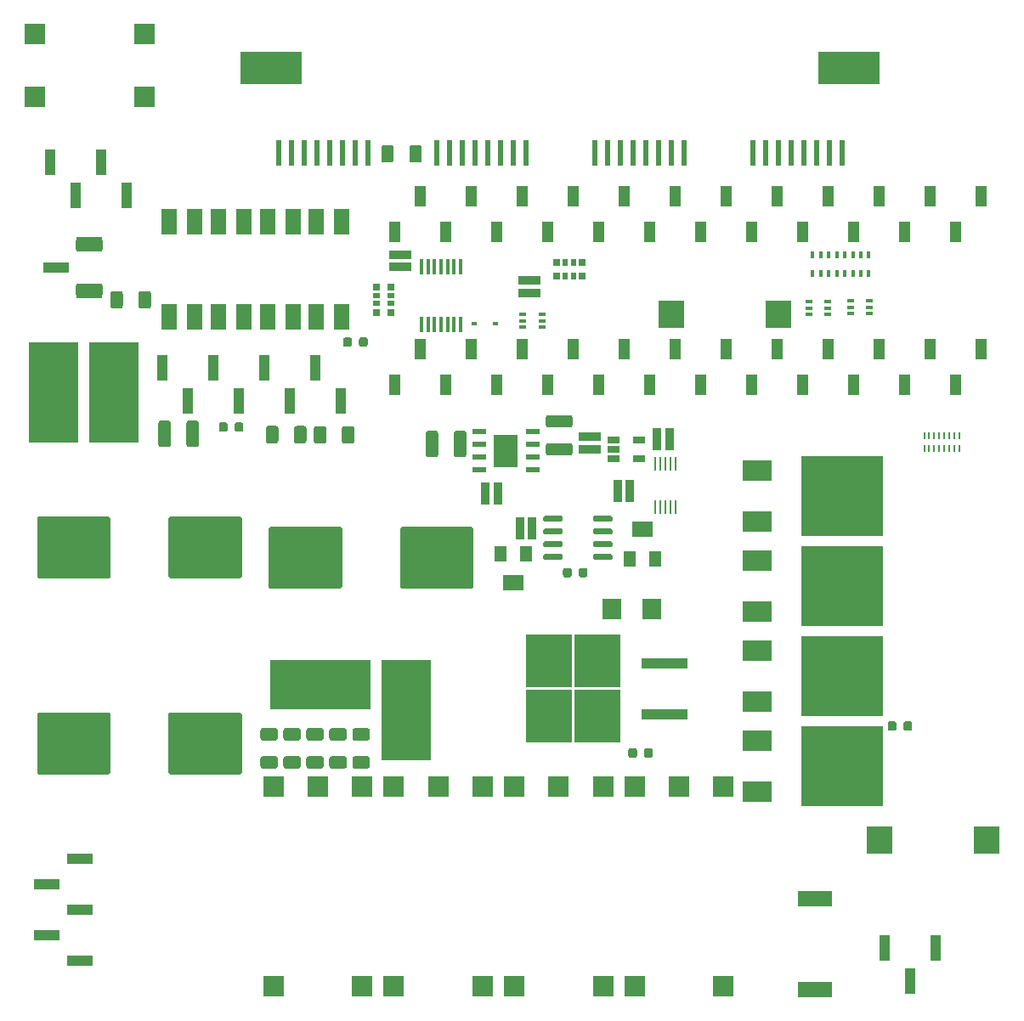
<source format=gtp>
G04 #@! TF.GenerationSoftware,KiCad,Pcbnew,(5.1.6)-1*
G04 #@! TF.CreationDate,2020-11-04T19:04:26-08:00*
G04 #@! TF.ProjectId,Four Channel MHz LED Driver,466f7572-2043-4686-916e-6e656c204d48,rev?*
G04 #@! TF.SameCoordinates,Original*
G04 #@! TF.FileFunction,Paste,Top*
G04 #@! TF.FilePolarity,Positive*
%FSLAX46Y46*%
G04 Gerber Fmt 4.6, Leading zero omitted, Abs format (unit mm)*
G04 Created by KiCad (PCBNEW (5.1.6)-1) date 2020-11-04 19:04:26*
%MOMM*%
%LPD*%
G01*
G04 APERTURE LIST*
%ADD10C,0.010000*%
%ADD11C,0.152400*%
%ADD12R,0.700000X0.640000*%
%ADD13R,0.700000X0.500000*%
%ADD14R,0.640000X0.700000*%
%ADD15R,0.500000X0.700000*%
%ADD16R,2.000000X2.000000*%
%ADD17R,0.450000X0.800000*%
%ADD18R,1.000000X2.510000*%
%ADD19R,1.020000X1.905000*%
%ADD20R,1.500000X2.500000*%
%ADD21R,0.280000X1.470000*%
%ADD22R,0.900000X2.170000*%
%ADD23R,2.510000X1.000000*%
%ADD24R,3.000000X2.000000*%
%ADD25R,8.200000X8.000000*%
%ADD26R,0.410000X1.570000*%
%ADD27R,2.170000X0.900000*%
%ADD28R,1.955800X2.159000*%
%ADD29R,0.600000X0.450000*%
%ADD30R,2.600000X2.800000*%
%ADD31R,0.254000X0.685800*%
%ADD32R,1.270000X1.549400*%
%ADD33R,2.006600X1.549400*%
%ADD34R,1.371600X0.482600*%
%ADD35R,2.413000X3.200400*%
%ADD36R,1.220000X0.650000*%
%ADD37R,4.550000X5.250000*%
%ADD38R,4.600000X1.100000*%
%ADD39R,6.220000X3.180000*%
%ADD40R,0.560000X2.540000*%
%ADD41R,0.650000X0.400000*%
%ADD42R,3.500000X1.500000*%
%ADD43R,5.000000X10.000000*%
%ADD44R,10.000000X5.000000*%
G04 APERTURE END LIST*
D10*
G36*
X73800000Y-61234000D02*
G01*
X74820000Y-61234000D01*
X74820000Y-63139000D01*
X73800000Y-63139000D01*
X73800000Y-61234000D01*
G37*
X73800000Y-61234000D02*
X74820000Y-61234000D01*
X74820000Y-63139000D01*
X73800000Y-63139000D01*
X73800000Y-61234000D01*
G36*
X76340000Y-57678000D02*
G01*
X77360000Y-57678000D01*
X77360000Y-59583000D01*
X76340000Y-59583000D01*
X76340000Y-57678000D01*
G37*
X76340000Y-57678000D02*
X77360000Y-57678000D01*
X77360000Y-59583000D01*
X76340000Y-59583000D01*
X76340000Y-57678000D01*
G36*
X78880000Y-61234000D02*
G01*
X79900000Y-61234000D01*
X79900000Y-63139000D01*
X78880000Y-63139000D01*
X78880000Y-61234000D01*
G37*
X78880000Y-61234000D02*
X79900000Y-61234000D01*
X79900000Y-63139000D01*
X78880000Y-63139000D01*
X78880000Y-61234000D01*
G36*
X81420000Y-57678000D02*
G01*
X82440000Y-57678000D01*
X82440000Y-59583000D01*
X81420000Y-59583000D01*
X81420000Y-57678000D01*
G37*
X81420000Y-57678000D02*
X82440000Y-57678000D01*
X82440000Y-59583000D01*
X81420000Y-59583000D01*
X81420000Y-57678000D01*
G36*
X83960000Y-61234000D02*
G01*
X84980000Y-61234000D01*
X84980000Y-63139000D01*
X83960000Y-63139000D01*
X83960000Y-61234000D01*
G37*
X83960000Y-61234000D02*
X84980000Y-61234000D01*
X84980000Y-63139000D01*
X83960000Y-63139000D01*
X83960000Y-61234000D01*
G36*
X86500000Y-57678000D02*
G01*
X87520000Y-57678000D01*
X87520000Y-59583000D01*
X86500000Y-59583000D01*
X86500000Y-57678000D01*
G37*
X86500000Y-57678000D02*
X87520000Y-57678000D01*
X87520000Y-59583000D01*
X86500000Y-59583000D01*
X86500000Y-57678000D01*
G36*
X89040000Y-61234000D02*
G01*
X90060000Y-61234000D01*
X90060000Y-63139000D01*
X89040000Y-63139000D01*
X89040000Y-61234000D01*
G37*
X89040000Y-61234000D02*
X90060000Y-61234000D01*
X90060000Y-63139000D01*
X89040000Y-63139000D01*
X89040000Y-61234000D01*
G36*
X91580000Y-57678000D02*
G01*
X92600000Y-57678000D01*
X92600000Y-59583000D01*
X91580000Y-59583000D01*
X91580000Y-57678000D01*
G37*
X91580000Y-57678000D02*
X92600000Y-57678000D01*
X92600000Y-59583000D01*
X91580000Y-59583000D01*
X91580000Y-57678000D01*
G36*
X94120000Y-61234000D02*
G01*
X95140000Y-61234000D01*
X95140000Y-63139000D01*
X94120000Y-63139000D01*
X94120000Y-61234000D01*
G37*
X94120000Y-61234000D02*
X95140000Y-61234000D01*
X95140000Y-63139000D01*
X94120000Y-63139000D01*
X94120000Y-61234000D01*
G36*
X96660000Y-57678000D02*
G01*
X97680000Y-57678000D01*
X97680000Y-59583000D01*
X96660000Y-59583000D01*
X96660000Y-57678000D01*
G37*
X96660000Y-57678000D02*
X97680000Y-57678000D01*
X97680000Y-59583000D01*
X96660000Y-59583000D01*
X96660000Y-57678000D01*
G36*
X99200000Y-61234000D02*
G01*
X100220000Y-61234000D01*
X100220000Y-63139000D01*
X99200000Y-63139000D01*
X99200000Y-61234000D01*
G37*
X99200000Y-61234000D02*
X100220000Y-61234000D01*
X100220000Y-63139000D01*
X99200000Y-63139000D01*
X99200000Y-61234000D01*
G36*
X101740000Y-57678000D02*
G01*
X102760000Y-57678000D01*
X102760000Y-59583000D01*
X101740000Y-59583000D01*
X101740000Y-57678000D01*
G37*
X101740000Y-57678000D02*
X102760000Y-57678000D01*
X102760000Y-59583000D01*
X101740000Y-59583000D01*
X101740000Y-57678000D01*
G36*
X104280000Y-61234000D02*
G01*
X105300000Y-61234000D01*
X105300000Y-63139000D01*
X104280000Y-63139000D01*
X104280000Y-61234000D01*
G37*
X104280000Y-61234000D02*
X105300000Y-61234000D01*
X105300000Y-63139000D01*
X104280000Y-63139000D01*
X104280000Y-61234000D01*
G36*
X106820000Y-57678000D02*
G01*
X107840000Y-57678000D01*
X107840000Y-59583000D01*
X106820000Y-59583000D01*
X106820000Y-57678000D01*
G37*
X106820000Y-57678000D02*
X107840000Y-57678000D01*
X107840000Y-59583000D01*
X106820000Y-59583000D01*
X106820000Y-57678000D01*
G36*
X109360000Y-61234000D02*
G01*
X110380000Y-61234000D01*
X110380000Y-63139000D01*
X109360000Y-63139000D01*
X109360000Y-61234000D01*
G37*
X109360000Y-61234000D02*
X110380000Y-61234000D01*
X110380000Y-63139000D01*
X109360000Y-63139000D01*
X109360000Y-61234000D01*
G36*
X111900000Y-57678000D02*
G01*
X112920000Y-57678000D01*
X112920000Y-59583000D01*
X111900000Y-59583000D01*
X111900000Y-57678000D01*
G37*
X111900000Y-57678000D02*
X112920000Y-57678000D01*
X112920000Y-59583000D01*
X111900000Y-59583000D01*
X111900000Y-57678000D01*
G36*
X114440000Y-61234000D02*
G01*
X115460000Y-61234000D01*
X115460000Y-63139000D01*
X114440000Y-63139000D01*
X114440000Y-61234000D01*
G37*
X114440000Y-61234000D02*
X115460000Y-61234000D01*
X115460000Y-63139000D01*
X114440000Y-63139000D01*
X114440000Y-61234000D01*
G36*
X116980000Y-57678000D02*
G01*
X118000000Y-57678000D01*
X118000000Y-59583000D01*
X116980000Y-59583000D01*
X116980000Y-57678000D01*
G37*
X116980000Y-57678000D02*
X118000000Y-57678000D01*
X118000000Y-59583000D01*
X116980000Y-59583000D01*
X116980000Y-57678000D01*
G36*
X119520000Y-61234000D02*
G01*
X120540000Y-61234000D01*
X120540000Y-63139000D01*
X119520000Y-63139000D01*
X119520000Y-61234000D01*
G37*
X119520000Y-61234000D02*
X120540000Y-61234000D01*
X120540000Y-63139000D01*
X119520000Y-63139000D01*
X119520000Y-61234000D01*
G36*
X122060000Y-57678000D02*
G01*
X123080000Y-57678000D01*
X123080000Y-59583000D01*
X122060000Y-59583000D01*
X122060000Y-57678000D01*
G37*
X122060000Y-57678000D02*
X123080000Y-57678000D01*
X123080000Y-59583000D01*
X122060000Y-59583000D01*
X122060000Y-57678000D01*
G36*
X124600000Y-61234000D02*
G01*
X125620000Y-61234000D01*
X125620000Y-63139000D01*
X124600000Y-63139000D01*
X124600000Y-61234000D01*
G37*
X124600000Y-61234000D02*
X125620000Y-61234000D01*
X125620000Y-63139000D01*
X124600000Y-63139000D01*
X124600000Y-61234000D01*
G36*
X127140000Y-57678000D02*
G01*
X128160000Y-57678000D01*
X128160000Y-59583000D01*
X127140000Y-59583000D01*
X127140000Y-57678000D01*
G37*
X127140000Y-57678000D02*
X128160000Y-57678000D01*
X128160000Y-59583000D01*
X127140000Y-59583000D01*
X127140000Y-57678000D01*
G36*
X129680000Y-61234000D02*
G01*
X130700000Y-61234000D01*
X130700000Y-63139000D01*
X129680000Y-63139000D01*
X129680000Y-61234000D01*
G37*
X129680000Y-61234000D02*
X130700000Y-61234000D01*
X130700000Y-63139000D01*
X129680000Y-63139000D01*
X129680000Y-61234000D01*
G36*
X132220000Y-57678000D02*
G01*
X133240000Y-57678000D01*
X133240000Y-59583000D01*
X132220000Y-59583000D01*
X132220000Y-57678000D01*
G37*
X132220000Y-57678000D02*
X133240000Y-57678000D01*
X133240000Y-59583000D01*
X132220000Y-59583000D01*
X132220000Y-57678000D01*
G36*
X81420000Y-42438000D02*
G01*
X82440000Y-42438000D01*
X82440000Y-44343000D01*
X81420000Y-44343000D01*
X81420000Y-42438000D01*
G37*
X81420000Y-42438000D02*
X82440000Y-42438000D01*
X82440000Y-44343000D01*
X81420000Y-44343000D01*
X81420000Y-42438000D01*
G36*
X83960000Y-45994000D02*
G01*
X84980000Y-45994000D01*
X84980000Y-47899000D01*
X83960000Y-47899000D01*
X83960000Y-45994000D01*
G37*
X83960000Y-45994000D02*
X84980000Y-45994000D01*
X84980000Y-47899000D01*
X83960000Y-47899000D01*
X83960000Y-45994000D01*
G36*
X86500000Y-42438000D02*
G01*
X87520000Y-42438000D01*
X87520000Y-44343000D01*
X86500000Y-44343000D01*
X86500000Y-42438000D01*
G37*
X86500000Y-42438000D02*
X87520000Y-42438000D01*
X87520000Y-44343000D01*
X86500000Y-44343000D01*
X86500000Y-42438000D01*
G36*
X76340000Y-42438000D02*
G01*
X77360000Y-42438000D01*
X77360000Y-44343000D01*
X76340000Y-44343000D01*
X76340000Y-42438000D01*
G37*
X76340000Y-42438000D02*
X77360000Y-42438000D01*
X77360000Y-44343000D01*
X76340000Y-44343000D01*
X76340000Y-42438000D01*
G36*
X89040000Y-45994000D02*
G01*
X90060000Y-45994000D01*
X90060000Y-47899000D01*
X89040000Y-47899000D01*
X89040000Y-45994000D01*
G37*
X89040000Y-45994000D02*
X90060000Y-45994000D01*
X90060000Y-47899000D01*
X89040000Y-47899000D01*
X89040000Y-45994000D01*
G36*
X73800000Y-45994000D02*
G01*
X74820000Y-45994000D01*
X74820000Y-47899000D01*
X73800000Y-47899000D01*
X73800000Y-45994000D01*
G37*
X73800000Y-45994000D02*
X74820000Y-45994000D01*
X74820000Y-47899000D01*
X73800000Y-47899000D01*
X73800000Y-45994000D01*
G36*
X78880000Y-45994000D02*
G01*
X79900000Y-45994000D01*
X79900000Y-47899000D01*
X78880000Y-47899000D01*
X78880000Y-45994000D01*
G37*
X78880000Y-45994000D02*
X79900000Y-45994000D01*
X79900000Y-47899000D01*
X78880000Y-47899000D01*
X78880000Y-45994000D01*
G36*
X99200000Y-45994000D02*
G01*
X100220000Y-45994000D01*
X100220000Y-47899000D01*
X99200000Y-47899000D01*
X99200000Y-45994000D01*
G37*
X99200000Y-45994000D02*
X100220000Y-45994000D01*
X100220000Y-47899000D01*
X99200000Y-47899000D01*
X99200000Y-45994000D01*
G36*
X109360000Y-45994000D02*
G01*
X110380000Y-45994000D01*
X110380000Y-47899000D01*
X109360000Y-47899000D01*
X109360000Y-45994000D01*
G37*
X109360000Y-45994000D02*
X110380000Y-45994000D01*
X110380000Y-47899000D01*
X109360000Y-47899000D01*
X109360000Y-45994000D01*
G36*
X114440000Y-45994000D02*
G01*
X115460000Y-45994000D01*
X115460000Y-47899000D01*
X114440000Y-47899000D01*
X114440000Y-45994000D01*
G37*
X114440000Y-45994000D02*
X115460000Y-45994000D01*
X115460000Y-47899000D01*
X114440000Y-47899000D01*
X114440000Y-45994000D01*
G36*
X96660000Y-42438000D02*
G01*
X97680000Y-42438000D01*
X97680000Y-44343000D01*
X96660000Y-44343000D01*
X96660000Y-42438000D01*
G37*
X96660000Y-42438000D02*
X97680000Y-42438000D01*
X97680000Y-44343000D01*
X96660000Y-44343000D01*
X96660000Y-42438000D01*
G36*
X119520000Y-45994000D02*
G01*
X120540000Y-45994000D01*
X120540000Y-47899000D01*
X119520000Y-47899000D01*
X119520000Y-45994000D01*
G37*
X119520000Y-45994000D02*
X120540000Y-45994000D01*
X120540000Y-47899000D01*
X119520000Y-47899000D01*
X119520000Y-45994000D01*
G36*
X91580000Y-42438000D02*
G01*
X92600000Y-42438000D01*
X92600000Y-44343000D01*
X91580000Y-44343000D01*
X91580000Y-42438000D01*
G37*
X91580000Y-42438000D02*
X92600000Y-42438000D01*
X92600000Y-44343000D01*
X91580000Y-44343000D01*
X91580000Y-42438000D01*
G36*
X124600000Y-45994000D02*
G01*
X125620000Y-45994000D01*
X125620000Y-47899000D01*
X124600000Y-47899000D01*
X124600000Y-45994000D01*
G37*
X124600000Y-45994000D02*
X125620000Y-45994000D01*
X125620000Y-47899000D01*
X124600000Y-47899000D01*
X124600000Y-45994000D01*
G36*
X127140000Y-42438000D02*
G01*
X128160000Y-42438000D01*
X128160000Y-44343000D01*
X127140000Y-44343000D01*
X127140000Y-42438000D01*
G37*
X127140000Y-42438000D02*
X128160000Y-42438000D01*
X128160000Y-44343000D01*
X127140000Y-44343000D01*
X127140000Y-42438000D01*
G36*
X129680000Y-45994000D02*
G01*
X130700000Y-45994000D01*
X130700000Y-47899000D01*
X129680000Y-47899000D01*
X129680000Y-45994000D01*
G37*
X129680000Y-45994000D02*
X130700000Y-45994000D01*
X130700000Y-47899000D01*
X129680000Y-47899000D01*
X129680000Y-45994000D01*
G36*
X106820000Y-42438000D02*
G01*
X107840000Y-42438000D01*
X107840000Y-44343000D01*
X106820000Y-44343000D01*
X106820000Y-42438000D01*
G37*
X106820000Y-42438000D02*
X107840000Y-42438000D01*
X107840000Y-44343000D01*
X106820000Y-44343000D01*
X106820000Y-42438000D01*
G36*
X94120000Y-45994000D02*
G01*
X95140000Y-45994000D01*
X95140000Y-47899000D01*
X94120000Y-47899000D01*
X94120000Y-45994000D01*
G37*
X94120000Y-45994000D02*
X95140000Y-45994000D01*
X95140000Y-47899000D01*
X94120000Y-47899000D01*
X94120000Y-45994000D01*
G36*
X116980000Y-42438000D02*
G01*
X118000000Y-42438000D01*
X118000000Y-44343000D01*
X116980000Y-44343000D01*
X116980000Y-42438000D01*
G37*
X116980000Y-42438000D02*
X118000000Y-42438000D01*
X118000000Y-44343000D01*
X116980000Y-44343000D01*
X116980000Y-42438000D01*
G36*
X111900000Y-42438000D02*
G01*
X112920000Y-42438000D01*
X112920000Y-44343000D01*
X111900000Y-44343000D01*
X111900000Y-42438000D01*
G37*
X111900000Y-42438000D02*
X112920000Y-42438000D01*
X112920000Y-44343000D01*
X111900000Y-44343000D01*
X111900000Y-42438000D01*
G36*
X122060000Y-42438000D02*
G01*
X123080000Y-42438000D01*
X123080000Y-44343000D01*
X122060000Y-44343000D01*
X122060000Y-42438000D01*
G37*
X122060000Y-42438000D02*
X123080000Y-42438000D01*
X123080000Y-44343000D01*
X122060000Y-44343000D01*
X122060000Y-42438000D01*
G36*
X132220000Y-42438000D02*
G01*
X133240000Y-42438000D01*
X133240000Y-44343000D01*
X132220000Y-44343000D01*
X132220000Y-42438000D01*
G37*
X132220000Y-42438000D02*
X133240000Y-42438000D01*
X133240000Y-44343000D01*
X132220000Y-44343000D01*
X132220000Y-42438000D01*
G36*
X104280000Y-45994000D02*
G01*
X105300000Y-45994000D01*
X105300000Y-47899000D01*
X104280000Y-47899000D01*
X104280000Y-45994000D01*
G37*
X104280000Y-45994000D02*
X105300000Y-45994000D01*
X105300000Y-47899000D01*
X104280000Y-47899000D01*
X104280000Y-45994000D01*
G36*
X101740000Y-42438000D02*
G01*
X102760000Y-42438000D01*
X102760000Y-44343000D01*
X101740000Y-44343000D01*
X101740000Y-42438000D01*
G37*
X101740000Y-42438000D02*
X102760000Y-42438000D01*
X102760000Y-44343000D01*
X101740000Y-44343000D01*
X101740000Y-42438000D01*
D11*
X86556500Y-70310200D02*
X86556500Y-68910000D01*
X86556500Y-68910000D02*
X84343500Y-68910000D01*
X84343500Y-68910000D02*
X84343500Y-70310200D01*
X84343500Y-70310200D02*
X86556500Y-70310200D01*
X86556500Y-68710000D02*
X86556500Y-67309800D01*
X86556500Y-67309800D02*
X84343500Y-67309800D01*
X84343500Y-67309800D02*
X84343500Y-68710000D01*
X84343500Y-68710000D02*
X86556500Y-68710000D01*
D12*
X73970000Y-54990000D03*
D13*
X73970000Y-53320000D03*
X73970000Y-54120000D03*
D12*
X73970000Y-52450000D03*
D13*
X72570000Y-54120000D03*
D12*
X72570000Y-54990000D03*
D13*
X72570000Y-53320000D03*
D12*
X72570000Y-52450000D03*
D14*
X93040000Y-50020000D03*
D15*
X91370000Y-50020000D03*
X92170000Y-50020000D03*
D14*
X90500000Y-50020000D03*
D15*
X92170000Y-51420000D03*
D14*
X93040000Y-51420000D03*
D15*
X91370000Y-51420000D03*
D14*
X90500000Y-51420000D03*
D16*
X38470000Y-27280000D03*
X38470000Y-33480000D03*
X49470000Y-33480000D03*
X49470000Y-27280000D03*
D17*
X116010000Y-49285000D03*
X116010000Y-51095000D03*
X116810000Y-49285000D03*
X116810000Y-51095000D03*
X117610000Y-49285000D03*
X117610000Y-51095000D03*
X118410000Y-49285000D03*
X118410000Y-51095000D03*
X119210000Y-49285000D03*
X119210000Y-51095000D03*
X120010000Y-49285000D03*
X120010000Y-51095000D03*
X120810000Y-49285000D03*
X120810000Y-51095000D03*
X121610000Y-49285000D03*
X121610000Y-51095000D03*
G36*
G01*
X74920000Y-82406400D02*
X74920000Y-76553600D01*
G75*
G02*
X75093600Y-76380000I173600J0D01*
G01*
X82046400Y-76380000D01*
G75*
G02*
X82220000Y-76553600I0J-173600D01*
G01*
X82220000Y-82406400D01*
G75*
G02*
X82046400Y-82580000I-173600J0D01*
G01*
X75093600Y-82580000D01*
G75*
G02*
X74920000Y-82406400I0J173600D01*
G01*
G37*
G36*
G01*
X61820000Y-82406400D02*
X61820000Y-76553600D01*
G75*
G02*
X61993600Y-76380000I173600J0D01*
G01*
X68946400Y-76380000D01*
G75*
G02*
X69120000Y-76553600I0J-173600D01*
G01*
X69120000Y-82406400D01*
G75*
G02*
X68946400Y-82580000I-173600J0D01*
G01*
X61993600Y-82580000D01*
G75*
G02*
X61820000Y-82406400I0J173600D01*
G01*
G37*
G36*
G01*
X46030000Y-95033600D02*
X46030000Y-100886400D01*
G75*
G02*
X45856400Y-101060000I-173600J0D01*
G01*
X38903600Y-101060000D01*
G75*
G02*
X38730000Y-100886400I0J173600D01*
G01*
X38730000Y-95033600D01*
G75*
G02*
X38903600Y-94860000I173600J0D01*
G01*
X45856400Y-94860000D01*
G75*
G02*
X46030000Y-95033600I0J-173600D01*
G01*
G37*
G36*
G01*
X59130000Y-95033600D02*
X59130000Y-100886400D01*
G75*
G02*
X58956400Y-101060000I-173600J0D01*
G01*
X52003600Y-101060000D01*
G75*
G02*
X51830000Y-100886400I0J173600D01*
G01*
X51830000Y-95033600D01*
G75*
G02*
X52003600Y-94860000I173600J0D01*
G01*
X58956400Y-94860000D01*
G75*
G02*
X59130000Y-95033600I0J-173600D01*
G01*
G37*
G36*
G01*
X46030000Y-75523600D02*
X46030000Y-81376400D01*
G75*
G02*
X45856400Y-81550000I-173600J0D01*
G01*
X38903600Y-81550000D01*
G75*
G02*
X38730000Y-81376400I0J173600D01*
G01*
X38730000Y-75523600D01*
G75*
G02*
X38903600Y-75350000I173600J0D01*
G01*
X45856400Y-75350000D01*
G75*
G02*
X46030000Y-75523600I0J-173600D01*
G01*
G37*
G36*
G01*
X59130000Y-75523600D02*
X59130000Y-81376400D01*
G75*
G02*
X58956400Y-81550000I-173600J0D01*
G01*
X52003600Y-81550000D01*
G75*
G02*
X51830000Y-81376400I0J173600D01*
G01*
X51830000Y-75523600D01*
G75*
G02*
X52003600Y-75350000I173600J0D01*
G01*
X58956400Y-75350000D01*
G75*
G02*
X59130000Y-75523600I0J-173600D01*
G01*
G37*
D18*
X66410000Y-60520000D03*
X61330000Y-60520000D03*
X56250000Y-60520000D03*
X51170000Y-60520000D03*
X68950000Y-63830000D03*
X63870000Y-63830000D03*
X58790000Y-63830000D03*
X53710000Y-63830000D03*
G36*
G01*
X91105000Y-79230000D02*
X91105000Y-79530000D01*
G75*
G02*
X90955000Y-79680000I-150000J0D01*
G01*
X89305000Y-79680000D01*
G75*
G02*
X89155000Y-79530000I0J150000D01*
G01*
X89155000Y-79230000D01*
G75*
G02*
X89305000Y-79080000I150000J0D01*
G01*
X90955000Y-79080000D01*
G75*
G02*
X91105000Y-79230000I0J-150000D01*
G01*
G37*
G36*
G01*
X91105000Y-77960000D02*
X91105000Y-78260000D01*
G75*
G02*
X90955000Y-78410000I-150000J0D01*
G01*
X89305000Y-78410000D01*
G75*
G02*
X89155000Y-78260000I0J150000D01*
G01*
X89155000Y-77960000D01*
G75*
G02*
X89305000Y-77810000I150000J0D01*
G01*
X90955000Y-77810000D01*
G75*
G02*
X91105000Y-77960000I0J-150000D01*
G01*
G37*
G36*
G01*
X91105000Y-76690000D02*
X91105000Y-76990000D01*
G75*
G02*
X90955000Y-77140000I-150000J0D01*
G01*
X89305000Y-77140000D01*
G75*
G02*
X89155000Y-76990000I0J150000D01*
G01*
X89155000Y-76690000D01*
G75*
G02*
X89305000Y-76540000I150000J0D01*
G01*
X90955000Y-76540000D01*
G75*
G02*
X91105000Y-76690000I0J-150000D01*
G01*
G37*
G36*
G01*
X91105000Y-75420000D02*
X91105000Y-75720000D01*
G75*
G02*
X90955000Y-75870000I-150000J0D01*
G01*
X89305000Y-75870000D01*
G75*
G02*
X89155000Y-75720000I0J150000D01*
G01*
X89155000Y-75420000D01*
G75*
G02*
X89305000Y-75270000I150000J0D01*
G01*
X90955000Y-75270000D01*
G75*
G02*
X91105000Y-75420000I0J-150000D01*
G01*
G37*
G36*
G01*
X96055000Y-75420000D02*
X96055000Y-75720000D01*
G75*
G02*
X95905000Y-75870000I-150000J0D01*
G01*
X94255000Y-75870000D01*
G75*
G02*
X94105000Y-75720000I0J150000D01*
G01*
X94105000Y-75420000D01*
G75*
G02*
X94255000Y-75270000I150000J0D01*
G01*
X95905000Y-75270000D01*
G75*
G02*
X96055000Y-75420000I0J-150000D01*
G01*
G37*
G36*
G01*
X96055000Y-76690000D02*
X96055000Y-76990000D01*
G75*
G02*
X95905000Y-77140000I-150000J0D01*
G01*
X94255000Y-77140000D01*
G75*
G02*
X94105000Y-76990000I0J150000D01*
G01*
X94105000Y-76690000D01*
G75*
G02*
X94255000Y-76540000I150000J0D01*
G01*
X95905000Y-76540000D01*
G75*
G02*
X96055000Y-76690000I0J-150000D01*
G01*
G37*
G36*
G01*
X96055000Y-77960000D02*
X96055000Y-78260000D01*
G75*
G02*
X95905000Y-78410000I-150000J0D01*
G01*
X94255000Y-78410000D01*
G75*
G02*
X94105000Y-78260000I0J150000D01*
G01*
X94105000Y-77960000D01*
G75*
G02*
X94255000Y-77810000I150000J0D01*
G01*
X95905000Y-77810000D01*
G75*
G02*
X96055000Y-77960000I0J-150000D01*
G01*
G37*
G36*
G01*
X96055000Y-79230000D02*
X96055000Y-79530000D01*
G75*
G02*
X95905000Y-79680000I-150000J0D01*
G01*
X94255000Y-79680000D01*
G75*
G02*
X94105000Y-79530000I0J150000D01*
G01*
X94105000Y-79230000D01*
G75*
G02*
X94255000Y-79080000I150000J0D01*
G01*
X95905000Y-79080000D01*
G75*
G02*
X96055000Y-79230000I0J-150000D01*
G01*
G37*
D19*
X132730000Y-58630000D03*
X130190000Y-62186000D03*
X127650000Y-58630000D03*
X125110000Y-62186000D03*
X122570000Y-58630000D03*
X120030000Y-62186000D03*
X117490000Y-58630000D03*
X114950000Y-62186000D03*
X112410000Y-58630000D03*
X109870000Y-62186000D03*
X107330000Y-58630000D03*
X104790000Y-62186000D03*
X102250000Y-58630000D03*
X99710000Y-62186000D03*
X97170000Y-58630000D03*
X94630000Y-62186000D03*
X92090000Y-58630000D03*
X89550000Y-62186000D03*
X87010000Y-58630000D03*
X84470000Y-62186000D03*
X81930000Y-58630000D03*
X79390000Y-62186000D03*
X76850000Y-58630000D03*
X74310000Y-62186000D03*
X84470000Y-46946000D03*
X102250000Y-43390000D03*
X112410000Y-43390000D03*
X117490000Y-43390000D03*
X127650000Y-43390000D03*
X130190000Y-46946000D03*
X97170000Y-43390000D03*
X79390000Y-46946000D03*
X87010000Y-43390000D03*
X92090000Y-43390000D03*
X94630000Y-46946000D03*
X107330000Y-43390000D03*
X120030000Y-46946000D03*
X109870000Y-46946000D03*
X122570000Y-43390000D03*
X74310000Y-46946000D03*
X89550000Y-46946000D03*
X76850000Y-43390000D03*
X81930000Y-43390000D03*
X99710000Y-46946000D03*
X114950000Y-46946000D03*
X125110000Y-46946000D03*
X132730000Y-43390000D03*
X104790000Y-46946000D03*
D20*
X66560000Y-45930000D03*
X69100000Y-45930000D03*
X69100000Y-55430000D03*
X66560000Y-55430000D03*
X61670000Y-45930000D03*
X64210000Y-45930000D03*
X64210000Y-55430000D03*
X61670000Y-55430000D03*
X56780000Y-45930000D03*
X59320000Y-45930000D03*
X59320000Y-55430000D03*
X56780000Y-55430000D03*
X51890000Y-45930000D03*
X54430000Y-45930000D03*
X54430000Y-55430000D03*
X51890000Y-55430000D03*
D21*
X102360000Y-70070000D03*
X101860000Y-70070000D03*
X101360000Y-70070000D03*
X100860000Y-70070000D03*
X100360000Y-70070000D03*
X100360000Y-74370000D03*
X100860000Y-74370000D03*
X101360000Y-74370000D03*
X101860000Y-74370000D03*
X102360000Y-74370000D03*
D22*
X101740000Y-67640000D03*
X100520000Y-67640000D03*
D23*
X43920000Y-53080000D03*
X43920000Y-48000000D03*
X40610000Y-50540000D03*
D24*
X110510000Y-102810000D03*
X110510000Y-97730000D03*
D25*
X118910000Y-100270000D03*
D24*
X110510000Y-93810000D03*
X110510000Y-88730000D03*
D25*
X118910000Y-91270000D03*
D24*
X110510000Y-84800000D03*
X110510000Y-79720000D03*
D25*
X118910000Y-82260000D03*
D24*
X110520000Y-75810000D03*
X110520000Y-70730000D03*
D25*
X118920000Y-73270000D03*
D26*
X77030000Y-56200000D03*
X77680000Y-56200000D03*
X78330000Y-56200000D03*
X78980000Y-56200000D03*
X79630000Y-56200000D03*
X80280000Y-56200000D03*
X80930000Y-56200000D03*
X80930000Y-50460000D03*
X80280000Y-50460000D03*
X79630000Y-50460000D03*
X78980000Y-50460000D03*
X78330000Y-50460000D03*
X77680000Y-50460000D03*
X77030000Y-50460000D03*
G36*
G01*
X62475000Y-97685000D02*
X61225000Y-97685000D01*
G75*
G02*
X60975000Y-97435000I0J250000D01*
G01*
X60975000Y-96685000D01*
G75*
G02*
X61225000Y-96435000I250000J0D01*
G01*
X62475000Y-96435000D01*
G75*
G02*
X62725000Y-96685000I0J-250000D01*
G01*
X62725000Y-97435000D01*
G75*
G02*
X62475000Y-97685000I-250000J0D01*
G01*
G37*
G36*
G01*
X62475000Y-100485000D02*
X61225000Y-100485000D01*
G75*
G02*
X60975000Y-100235000I0J250000D01*
G01*
X60975000Y-99485000D01*
G75*
G02*
X61225000Y-99235000I250000J0D01*
G01*
X62475000Y-99235000D01*
G75*
G02*
X62725000Y-99485000I0J-250000D01*
G01*
X62725000Y-100235000D01*
G75*
G02*
X62475000Y-100485000I-250000J0D01*
G01*
G37*
G36*
G01*
X47275000Y-53125000D02*
X47275000Y-54375000D01*
G75*
G02*
X47025000Y-54625000I-250000J0D01*
G01*
X46275000Y-54625000D01*
G75*
G02*
X46025000Y-54375000I0J250000D01*
G01*
X46025000Y-53125000D01*
G75*
G02*
X46275000Y-52875000I250000J0D01*
G01*
X47025000Y-52875000D01*
G75*
G02*
X47275000Y-53125000I0J-250000D01*
G01*
G37*
G36*
G01*
X50075000Y-53125000D02*
X50075000Y-54375000D01*
G75*
G02*
X49825000Y-54625000I-250000J0D01*
G01*
X49075000Y-54625000D01*
G75*
G02*
X48825000Y-54375000I0J250000D01*
G01*
X48825000Y-53125000D01*
G75*
G02*
X49075000Y-52875000I250000J0D01*
G01*
X49825000Y-52875000D01*
G75*
G02*
X50075000Y-53125000I0J-250000D01*
G01*
G37*
G36*
G01*
X62775000Y-66565000D02*
X62775000Y-67815000D01*
G75*
G02*
X62525000Y-68065000I-250000J0D01*
G01*
X61775000Y-68065000D01*
G75*
G02*
X61525000Y-67815000I0J250000D01*
G01*
X61525000Y-66565000D01*
G75*
G02*
X61775000Y-66315000I250000J0D01*
G01*
X62525000Y-66315000D01*
G75*
G02*
X62775000Y-66565000I0J-250000D01*
G01*
G37*
G36*
G01*
X65575000Y-66565000D02*
X65575000Y-67815000D01*
G75*
G02*
X65325000Y-68065000I-250000J0D01*
G01*
X64575000Y-68065000D01*
G75*
G02*
X64325000Y-67815000I0J250000D01*
G01*
X64325000Y-66565000D01*
G75*
G02*
X64575000Y-66315000I250000J0D01*
G01*
X65325000Y-66315000D01*
G75*
G02*
X65575000Y-66565000I0J-250000D01*
G01*
G37*
D27*
X93810000Y-68630000D03*
X93810000Y-67410000D03*
D22*
X83400000Y-73080000D03*
X84620000Y-73080000D03*
D27*
X87800000Y-53060000D03*
X87800000Y-51840000D03*
G36*
G01*
X70102500Y-57713750D02*
X70102500Y-58226250D01*
G75*
G02*
X69883750Y-58445000I-218750J0D01*
G01*
X69446250Y-58445000D01*
G75*
G02*
X69227500Y-58226250I0J218750D01*
G01*
X69227500Y-57713750D01*
G75*
G02*
X69446250Y-57495000I218750J0D01*
G01*
X69883750Y-57495000D01*
G75*
G02*
X70102500Y-57713750I0J-218750D01*
G01*
G37*
G36*
G01*
X71677500Y-57713750D02*
X71677500Y-58226250D01*
G75*
G02*
X71458750Y-58445000I-218750J0D01*
G01*
X71021250Y-58445000D01*
G75*
G02*
X70802500Y-58226250I0J218750D01*
G01*
X70802500Y-57713750D01*
G75*
G02*
X71021250Y-57495000I218750J0D01*
G01*
X71458750Y-57495000D01*
G75*
G02*
X71677500Y-57713750I0J-218750D01*
G01*
G37*
G36*
G01*
X57717500Y-66183750D02*
X57717500Y-66696250D01*
G75*
G02*
X57498750Y-66915000I-218750J0D01*
G01*
X57061250Y-66915000D01*
G75*
G02*
X56842500Y-66696250I0J218750D01*
G01*
X56842500Y-66183750D01*
G75*
G02*
X57061250Y-65965000I218750J0D01*
G01*
X57498750Y-65965000D01*
G75*
G02*
X57717500Y-66183750I0J-218750D01*
G01*
G37*
G36*
G01*
X59292500Y-66183750D02*
X59292500Y-66696250D01*
G75*
G02*
X59073750Y-66915000I-218750J0D01*
G01*
X58636250Y-66915000D01*
G75*
G02*
X58417500Y-66696250I0J218750D01*
G01*
X58417500Y-66183750D01*
G75*
G02*
X58636250Y-65965000I218750J0D01*
G01*
X59073750Y-65965000D01*
G75*
G02*
X59292500Y-66183750I0J-218750D01*
G01*
G37*
D28*
X99960000Y-84610000D03*
X96023000Y-84610000D03*
D29*
X82290000Y-56090000D03*
X84390000Y-56090000D03*
G36*
G01*
X75815000Y-39825000D02*
X75815000Y-38575000D01*
G75*
G02*
X76065000Y-38325000I250000J0D01*
G01*
X76815000Y-38325000D01*
G75*
G02*
X77065000Y-38575000I0J-250000D01*
G01*
X77065000Y-39825000D01*
G75*
G02*
X76815000Y-40075000I-250000J0D01*
G01*
X76065000Y-40075000D01*
G75*
G02*
X75815000Y-39825000I0J250000D01*
G01*
G37*
G36*
G01*
X73015000Y-39825000D02*
X73015000Y-38575000D01*
G75*
G02*
X73265000Y-38325000I250000J0D01*
G01*
X74015000Y-38325000D01*
G75*
G02*
X74265000Y-38575000I0J-250000D01*
G01*
X74265000Y-39825000D01*
G75*
G02*
X74015000Y-40075000I-250000J0D01*
G01*
X73265000Y-40075000D01*
G75*
G02*
X73015000Y-39825000I0J250000D01*
G01*
G37*
D30*
X122650000Y-107580000D03*
X133350000Y-107580000D03*
G36*
G01*
X45005001Y-48965000D02*
X42854999Y-48965000D01*
G75*
G02*
X42605000Y-48715001I0J249999D01*
G01*
X42605000Y-47864999D01*
G75*
G02*
X42854999Y-47615000I249999J0D01*
G01*
X45005001Y-47615000D01*
G75*
G02*
X45255000Y-47864999I0J-249999D01*
G01*
X45255000Y-48715001D01*
G75*
G02*
X45005001Y-48965000I-249999J0D01*
G01*
G37*
G36*
G01*
X45005001Y-53465000D02*
X42854999Y-53465000D01*
G75*
G02*
X42605000Y-53215001I0J249999D01*
G01*
X42605000Y-52364999D01*
G75*
G02*
X42854999Y-52115000I249999J0D01*
G01*
X45005001Y-52115000D01*
G75*
G02*
X45255000Y-52364999I0J-249999D01*
G01*
X45255000Y-53215001D01*
G75*
G02*
X45005001Y-53465000I-249999J0D01*
G01*
G37*
G36*
G01*
X89675000Y-68025000D02*
X91825000Y-68025000D01*
G75*
G02*
X92075000Y-68275000I0J-250000D01*
G01*
X92075000Y-69025000D01*
G75*
G02*
X91825000Y-69275000I-250000J0D01*
G01*
X89675000Y-69275000D01*
G75*
G02*
X89425000Y-69025000I0J250000D01*
G01*
X89425000Y-68275000D01*
G75*
G02*
X89675000Y-68025000I250000J0D01*
G01*
G37*
G36*
G01*
X89675000Y-65225000D02*
X91825000Y-65225000D01*
G75*
G02*
X92075000Y-65475000I0J-250000D01*
G01*
X92075000Y-66225000D01*
G75*
G02*
X91825000Y-66475000I-250000J0D01*
G01*
X89675000Y-66475000D01*
G75*
G02*
X89425000Y-66225000I0J250000D01*
G01*
X89425000Y-65475000D01*
G75*
G02*
X89675000Y-65225000I250000J0D01*
G01*
G37*
G36*
G01*
X80255000Y-69205000D02*
X80255000Y-67055000D01*
G75*
G02*
X80505000Y-66805000I250000J0D01*
G01*
X81255000Y-66805000D01*
G75*
G02*
X81505000Y-67055000I0J-250000D01*
G01*
X81505000Y-69205000D01*
G75*
G02*
X81255000Y-69455000I-250000J0D01*
G01*
X80505000Y-69455000D01*
G75*
G02*
X80255000Y-69205000I0J250000D01*
G01*
G37*
G36*
G01*
X77455000Y-69205000D02*
X77455000Y-67055000D01*
G75*
G02*
X77705000Y-66805000I250000J0D01*
G01*
X78455000Y-66805000D01*
G75*
G02*
X78705000Y-67055000I0J-250000D01*
G01*
X78705000Y-69205000D01*
G75*
G02*
X78455000Y-69455000I-250000J0D01*
G01*
X77705000Y-69455000D01*
G75*
G02*
X77455000Y-69205000I0J250000D01*
G01*
G37*
D31*
X130620003Y-67289600D03*
X130120001Y-67289600D03*
X129620002Y-67289600D03*
X129120001Y-67289600D03*
X128620001Y-67289600D03*
X128120003Y-67289600D03*
X127620001Y-67289600D03*
X127120002Y-67289600D03*
X127119999Y-68580000D03*
X127620001Y-68580000D03*
X128120000Y-68580000D03*
X128620001Y-68580000D03*
X129120001Y-68580000D03*
X129619999Y-68580000D03*
X130120001Y-68580000D03*
X130620000Y-68580000D03*
D32*
X87410000Y-79034400D03*
D33*
X86140000Y-81930000D03*
D32*
X84870000Y-79034400D03*
D18*
X128220000Y-118385000D03*
X123140000Y-118385000D03*
X125680000Y-121695000D03*
D23*
X42980000Y-119660000D03*
X42980000Y-114580000D03*
X42980000Y-109500000D03*
X39670000Y-117120000D03*
X39670000Y-112040000D03*
D16*
X86270000Y-122140000D03*
X95130000Y-122140000D03*
X90700000Y-102250000D03*
X86270000Y-102250000D03*
X95130000Y-102250000D03*
D34*
X88117000Y-70715000D03*
X88117000Y-69445000D03*
X88117000Y-68175000D03*
X88117000Y-66905000D03*
X82783000Y-66905000D03*
X82783000Y-68175000D03*
X82783000Y-69445000D03*
X82783000Y-70715000D03*
D35*
X85450000Y-68810000D03*
D36*
X98750000Y-67710000D03*
X98750000Y-69610000D03*
X96130000Y-69610000D03*
X96130000Y-68660000D03*
X96130000Y-67710000D03*
D37*
X94560000Y-89720000D03*
X89710000Y-95270000D03*
X94560000Y-95270000D03*
X89710000Y-89720000D03*
D38*
X101285000Y-89955000D03*
X101285000Y-95035000D03*
D39*
X119632500Y-30680000D03*
X62072500Y-30680000D03*
D40*
X118915000Y-39130000D03*
X117645000Y-39130000D03*
X116375000Y-39130000D03*
X115105000Y-39130000D03*
X113835000Y-39130000D03*
X112565000Y-39130000D03*
X111295000Y-39130000D03*
X110025000Y-39130000D03*
X103170000Y-39130000D03*
X101900000Y-39130000D03*
X100630000Y-39130000D03*
X99360000Y-39130000D03*
X98090000Y-39130000D03*
X96820000Y-39130000D03*
X95550000Y-39130000D03*
X94280000Y-39130000D03*
X87425000Y-39130000D03*
X86155000Y-39130000D03*
X84885000Y-39130000D03*
X83615000Y-39130000D03*
X82345000Y-39130000D03*
X81075000Y-39130000D03*
X79805000Y-39130000D03*
X78535000Y-39130000D03*
X71680000Y-39130000D03*
X70410000Y-39130000D03*
X69140000Y-39130000D03*
X67870000Y-39130000D03*
X66600000Y-39130000D03*
X65330000Y-39130000D03*
X64060000Y-39130000D03*
X62790000Y-39130000D03*
G36*
G01*
X124350000Y-95983750D02*
X124350000Y-96496250D01*
G75*
G02*
X124131250Y-96715000I-218750J0D01*
G01*
X123693750Y-96715000D01*
G75*
G02*
X123475000Y-96496250I0J218750D01*
G01*
X123475000Y-95983750D01*
G75*
G02*
X123693750Y-95765000I218750J0D01*
G01*
X124131250Y-95765000D01*
G75*
G02*
X124350000Y-95983750I0J-218750D01*
G01*
G37*
G36*
G01*
X125925000Y-95983750D02*
X125925000Y-96496250D01*
G75*
G02*
X125706250Y-96715000I-218750J0D01*
G01*
X125268750Y-96715000D01*
G75*
G02*
X125050000Y-96496250I0J218750D01*
G01*
X125050000Y-95983750D01*
G75*
G02*
X125268750Y-95765000I218750J0D01*
G01*
X125706250Y-95765000D01*
G75*
G02*
X125925000Y-95983750I0J-218750D01*
G01*
G37*
D16*
X98260000Y-122140000D03*
X107120000Y-122140000D03*
X102690000Y-102250000D03*
X98260000Y-102250000D03*
X107120000Y-102250000D03*
D30*
X112630000Y-55220000D03*
X101930000Y-55220000D03*
D41*
X115640000Y-55230000D03*
X115640000Y-53930000D03*
X117540000Y-54580000D03*
X115640000Y-54580000D03*
X117540000Y-53930000D03*
X117540000Y-55230000D03*
X89030000Y-55180000D03*
X89030000Y-56480000D03*
X87130000Y-55830000D03*
X89030000Y-55830000D03*
X87130000Y-56480000D03*
X87130000Y-55180000D03*
D42*
X116270000Y-113460000D03*
X116270000Y-122460000D03*
G36*
G01*
X71635000Y-97685000D02*
X70385000Y-97685000D01*
G75*
G02*
X70135000Y-97435000I0J250000D01*
G01*
X70135000Y-96685000D01*
G75*
G02*
X70385000Y-96435000I250000J0D01*
G01*
X71635000Y-96435000D01*
G75*
G02*
X71885000Y-96685000I0J-250000D01*
G01*
X71885000Y-97435000D01*
G75*
G02*
X71635000Y-97685000I-250000J0D01*
G01*
G37*
G36*
G01*
X71635000Y-100485000D02*
X70385000Y-100485000D01*
G75*
G02*
X70135000Y-100235000I0J250000D01*
G01*
X70135000Y-99485000D01*
G75*
G02*
X70385000Y-99235000I250000J0D01*
G01*
X71635000Y-99235000D01*
G75*
G02*
X71885000Y-99485000I0J-250000D01*
G01*
X71885000Y-100235000D01*
G75*
G02*
X71635000Y-100485000I-250000J0D01*
G01*
G37*
D43*
X75470000Y-94610000D03*
D44*
X66970000Y-92110000D03*
D18*
X45080000Y-40030000D03*
X40000000Y-40030000D03*
X47620000Y-43340000D03*
X42540000Y-43340000D03*
D43*
X46390000Y-62990000D03*
X40390000Y-62990000D03*
D16*
X74270000Y-122140000D03*
X83130000Y-122140000D03*
X78700000Y-102250000D03*
X74270000Y-102250000D03*
X83130000Y-102250000D03*
X62270000Y-122140000D03*
X71130000Y-122140000D03*
X66700000Y-102250000D03*
X62270000Y-102250000D03*
X71130000Y-102250000D03*
G36*
G01*
X98512500Y-98663750D02*
X98512500Y-99176250D01*
G75*
G02*
X98293750Y-99395000I-218750J0D01*
G01*
X97856250Y-99395000D01*
G75*
G02*
X97637500Y-99176250I0J218750D01*
G01*
X97637500Y-98663750D01*
G75*
G02*
X97856250Y-98445000I218750J0D01*
G01*
X98293750Y-98445000D01*
G75*
G02*
X98512500Y-98663750I0J-218750D01*
G01*
G37*
G36*
G01*
X100087500Y-98663750D02*
X100087500Y-99176250D01*
G75*
G02*
X99868750Y-99395000I-218750J0D01*
G01*
X99431250Y-99395000D01*
G75*
G02*
X99212500Y-99176250I0J218750D01*
G01*
X99212500Y-98663750D01*
G75*
G02*
X99431250Y-98445000I218750J0D01*
G01*
X99868750Y-98445000D01*
G75*
G02*
X100087500Y-98663750I0J-218750D01*
G01*
G37*
D32*
X97740000Y-79545600D03*
D33*
X99010000Y-76650000D03*
D32*
X100280000Y-79545600D03*
G36*
G01*
X53615000Y-68185000D02*
X53615000Y-66035000D01*
G75*
G02*
X53865000Y-65785000I250000J0D01*
G01*
X54615000Y-65785000D01*
G75*
G02*
X54865000Y-66035000I0J-250000D01*
G01*
X54865000Y-68185000D01*
G75*
G02*
X54615000Y-68435000I-250000J0D01*
G01*
X53865000Y-68435000D01*
G75*
G02*
X53615000Y-68185000I0J250000D01*
G01*
G37*
G36*
G01*
X50815000Y-68185000D02*
X50815000Y-66035000D01*
G75*
G02*
X51065000Y-65785000I250000J0D01*
G01*
X51815000Y-65785000D01*
G75*
G02*
X52065000Y-66035000I0J-250000D01*
G01*
X52065000Y-68185000D01*
G75*
G02*
X51815000Y-68435000I-250000J0D01*
G01*
X51065000Y-68435000D01*
G75*
G02*
X50815000Y-68185000I0J250000D01*
G01*
G37*
D41*
X121670000Y-53830000D03*
X121670000Y-55130000D03*
X119770000Y-54480000D03*
X121670000Y-54480000D03*
X119770000Y-55130000D03*
X119770000Y-53830000D03*
D27*
X74890000Y-50460000D03*
X74890000Y-49240000D03*
G36*
G01*
X92702500Y-81196250D02*
X92702500Y-80683750D01*
G75*
G02*
X92921250Y-80465000I218750J0D01*
G01*
X93358750Y-80465000D01*
G75*
G02*
X93577500Y-80683750I0J-218750D01*
G01*
X93577500Y-81196250D01*
G75*
G02*
X93358750Y-81415000I-218750J0D01*
G01*
X92921250Y-81415000D01*
G75*
G02*
X92702500Y-81196250I0J218750D01*
G01*
G37*
G36*
G01*
X91127500Y-81196250D02*
X91127500Y-80683750D01*
G75*
G02*
X91346250Y-80465000I218750J0D01*
G01*
X91783750Y-80465000D01*
G75*
G02*
X92002500Y-80683750I0J-218750D01*
G01*
X92002500Y-81196250D01*
G75*
G02*
X91783750Y-81415000I-218750J0D01*
G01*
X91346250Y-81415000D01*
G75*
G02*
X91127500Y-81196250I0J218750D01*
G01*
G37*
D22*
X96590000Y-72820000D03*
X97810000Y-72820000D03*
X88070000Y-76540000D03*
X86850000Y-76540000D03*
G36*
G01*
X67555000Y-66595000D02*
X67555000Y-67845000D01*
G75*
G02*
X67305000Y-68095000I-250000J0D01*
G01*
X66555000Y-68095000D01*
G75*
G02*
X66305000Y-67845000I0J250000D01*
G01*
X66305000Y-66595000D01*
G75*
G02*
X66555000Y-66345000I250000J0D01*
G01*
X67305000Y-66345000D01*
G75*
G02*
X67555000Y-66595000I0J-250000D01*
G01*
G37*
G36*
G01*
X70355000Y-66595000D02*
X70355000Y-67845000D01*
G75*
G02*
X70105000Y-68095000I-250000J0D01*
G01*
X69355000Y-68095000D01*
G75*
G02*
X69105000Y-67845000I0J250000D01*
G01*
X69105000Y-66595000D01*
G75*
G02*
X69355000Y-66345000I250000J0D01*
G01*
X70105000Y-66345000D01*
G75*
G02*
X70355000Y-66595000I0J-250000D01*
G01*
G37*
G36*
G01*
X69345000Y-97685000D02*
X68095000Y-97685000D01*
G75*
G02*
X67845000Y-97435000I0J250000D01*
G01*
X67845000Y-96685000D01*
G75*
G02*
X68095000Y-96435000I250000J0D01*
G01*
X69345000Y-96435000D01*
G75*
G02*
X69595000Y-96685000I0J-250000D01*
G01*
X69595000Y-97435000D01*
G75*
G02*
X69345000Y-97685000I-250000J0D01*
G01*
G37*
G36*
G01*
X69345000Y-100485000D02*
X68095000Y-100485000D01*
G75*
G02*
X67845000Y-100235000I0J250000D01*
G01*
X67845000Y-99485000D01*
G75*
G02*
X68095000Y-99235000I250000J0D01*
G01*
X69345000Y-99235000D01*
G75*
G02*
X69595000Y-99485000I0J-250000D01*
G01*
X69595000Y-100235000D01*
G75*
G02*
X69345000Y-100485000I-250000J0D01*
G01*
G37*
G36*
G01*
X67055000Y-97685000D02*
X65805000Y-97685000D01*
G75*
G02*
X65555000Y-97435000I0J250000D01*
G01*
X65555000Y-96685000D01*
G75*
G02*
X65805000Y-96435000I250000J0D01*
G01*
X67055000Y-96435000D01*
G75*
G02*
X67305000Y-96685000I0J-250000D01*
G01*
X67305000Y-97435000D01*
G75*
G02*
X67055000Y-97685000I-250000J0D01*
G01*
G37*
G36*
G01*
X67055000Y-100485000D02*
X65805000Y-100485000D01*
G75*
G02*
X65555000Y-100235000I0J250000D01*
G01*
X65555000Y-99485000D01*
G75*
G02*
X65805000Y-99235000I250000J0D01*
G01*
X67055000Y-99235000D01*
G75*
G02*
X67305000Y-99485000I0J-250000D01*
G01*
X67305000Y-100235000D01*
G75*
G02*
X67055000Y-100485000I-250000J0D01*
G01*
G37*
G36*
G01*
X64765000Y-97685000D02*
X63515000Y-97685000D01*
G75*
G02*
X63265000Y-97435000I0J250000D01*
G01*
X63265000Y-96685000D01*
G75*
G02*
X63515000Y-96435000I250000J0D01*
G01*
X64765000Y-96435000D01*
G75*
G02*
X65015000Y-96685000I0J-250000D01*
G01*
X65015000Y-97435000D01*
G75*
G02*
X64765000Y-97685000I-250000J0D01*
G01*
G37*
G36*
G01*
X64765000Y-100485000D02*
X63515000Y-100485000D01*
G75*
G02*
X63265000Y-100235000I0J250000D01*
G01*
X63265000Y-99485000D01*
G75*
G02*
X63515000Y-99235000I250000J0D01*
G01*
X64765000Y-99235000D01*
G75*
G02*
X65015000Y-99485000I0J-250000D01*
G01*
X65015000Y-100235000D01*
G75*
G02*
X64765000Y-100485000I-250000J0D01*
G01*
G37*
M02*

</source>
